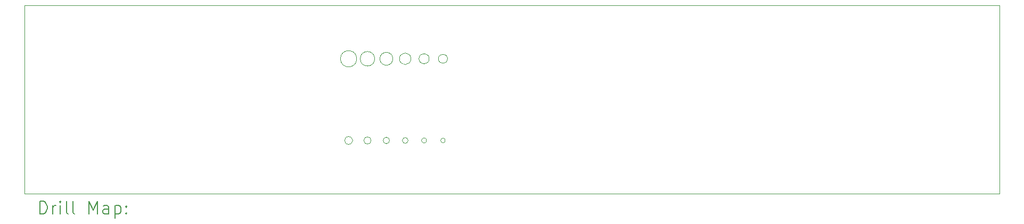
<source format=gbr>
%TF.GenerationSoftware,KiCad,Pcbnew,7.0.1*%
%TF.CreationDate,2023-09-01T22:28:13+01:00*%
%TF.ProjectId,Ruler_KiCad,52756c65-725f-44b6-9943-61642e6b6963,rev?*%
%TF.SameCoordinates,Original*%
%TF.FileFunction,Drillmap*%
%TF.FilePolarity,Positive*%
%FSLAX45Y45*%
G04 Gerber Fmt 4.5, Leading zero omitted, Abs format (unit mm)*
G04 Created by KiCad (PCBNEW 7.0.1) date 2023-09-01 22:28:13*
%MOMM*%
%LPD*%
G01*
G04 APERTURE LIST*
%ADD10C,0.100000*%
%ADD11C,0.200000*%
G04 APERTURE END LIST*
D10*
X12714550Y-10650000D02*
G75*
G03*
X12714550Y-10650000I-64550J0D01*
G01*
X14186150Y-10650000D02*
G75*
G03*
X14186150Y-10650000I-36150J0D01*
G01*
X13641400Y-9350000D02*
G75*
G03*
X13641400Y-9350000I-91400J0D01*
G01*
X14222500Y-9350000D02*
G75*
G03*
X14222500Y-9350000I-72500J0D01*
G01*
X12779400Y-9350000D02*
G75*
G03*
X12779400Y-9350000I-129400J0D01*
G01*
X7500000Y-8500000D02*
X23000000Y-8500000D01*
X23000000Y-11500000D01*
X7500000Y-11500000D01*
X7500000Y-8500000D01*
X13065250Y-9350000D02*
G75*
G03*
X13065250Y-9350000I-115250J0D01*
G01*
X13890600Y-10650000D02*
G75*
G03*
X13890600Y-10650000I-40600J0D01*
G01*
X13595600Y-10650000D02*
G75*
G03*
X13595600Y-10650000I-45600J0D01*
G01*
X13007500Y-10650000D02*
G75*
G03*
X13007500Y-10650000I-57500J0D01*
G01*
X13352650Y-9350000D02*
G75*
G03*
X13352650Y-9350000I-102650J0D01*
G01*
X13931400Y-9350000D02*
G75*
G03*
X13931400Y-9350000I-81400J0D01*
G01*
X13301200Y-10650000D02*
G75*
G03*
X13301200Y-10650000I-51200J0D01*
G01*
D11*
X7742619Y-11817524D02*
X7742619Y-11617524D01*
X7742619Y-11617524D02*
X7790238Y-11617524D01*
X7790238Y-11617524D02*
X7818809Y-11627048D01*
X7818809Y-11627048D02*
X7837857Y-11646095D01*
X7837857Y-11646095D02*
X7847381Y-11665143D01*
X7847381Y-11665143D02*
X7856905Y-11703238D01*
X7856905Y-11703238D02*
X7856905Y-11731809D01*
X7856905Y-11731809D02*
X7847381Y-11769905D01*
X7847381Y-11769905D02*
X7837857Y-11788952D01*
X7837857Y-11788952D02*
X7818809Y-11808000D01*
X7818809Y-11808000D02*
X7790238Y-11817524D01*
X7790238Y-11817524D02*
X7742619Y-11817524D01*
X7942619Y-11817524D02*
X7942619Y-11684190D01*
X7942619Y-11722286D02*
X7952143Y-11703238D01*
X7952143Y-11703238D02*
X7961667Y-11693714D01*
X7961667Y-11693714D02*
X7980714Y-11684190D01*
X7980714Y-11684190D02*
X7999762Y-11684190D01*
X8066428Y-11817524D02*
X8066428Y-11684190D01*
X8066428Y-11617524D02*
X8056905Y-11627048D01*
X8056905Y-11627048D02*
X8066428Y-11636571D01*
X8066428Y-11636571D02*
X8075952Y-11627048D01*
X8075952Y-11627048D02*
X8066428Y-11617524D01*
X8066428Y-11617524D02*
X8066428Y-11636571D01*
X8190238Y-11817524D02*
X8171190Y-11808000D01*
X8171190Y-11808000D02*
X8161667Y-11788952D01*
X8161667Y-11788952D02*
X8161667Y-11617524D01*
X8295000Y-11817524D02*
X8275952Y-11808000D01*
X8275952Y-11808000D02*
X8266428Y-11788952D01*
X8266428Y-11788952D02*
X8266428Y-11617524D01*
X8523571Y-11817524D02*
X8523571Y-11617524D01*
X8523571Y-11617524D02*
X8590238Y-11760381D01*
X8590238Y-11760381D02*
X8656905Y-11617524D01*
X8656905Y-11617524D02*
X8656905Y-11817524D01*
X8837857Y-11817524D02*
X8837857Y-11712762D01*
X8837857Y-11712762D02*
X8828333Y-11693714D01*
X8828333Y-11693714D02*
X8809286Y-11684190D01*
X8809286Y-11684190D02*
X8771190Y-11684190D01*
X8771190Y-11684190D02*
X8752143Y-11693714D01*
X8837857Y-11808000D02*
X8818810Y-11817524D01*
X8818810Y-11817524D02*
X8771190Y-11817524D01*
X8771190Y-11817524D02*
X8752143Y-11808000D01*
X8752143Y-11808000D02*
X8742619Y-11788952D01*
X8742619Y-11788952D02*
X8742619Y-11769905D01*
X8742619Y-11769905D02*
X8752143Y-11750857D01*
X8752143Y-11750857D02*
X8771190Y-11741333D01*
X8771190Y-11741333D02*
X8818810Y-11741333D01*
X8818810Y-11741333D02*
X8837857Y-11731809D01*
X8933095Y-11684190D02*
X8933095Y-11884190D01*
X8933095Y-11693714D02*
X8952143Y-11684190D01*
X8952143Y-11684190D02*
X8990238Y-11684190D01*
X8990238Y-11684190D02*
X9009286Y-11693714D01*
X9009286Y-11693714D02*
X9018810Y-11703238D01*
X9018810Y-11703238D02*
X9028333Y-11722286D01*
X9028333Y-11722286D02*
X9028333Y-11779428D01*
X9028333Y-11779428D02*
X9018810Y-11798476D01*
X9018810Y-11798476D02*
X9009286Y-11808000D01*
X9009286Y-11808000D02*
X8990238Y-11817524D01*
X8990238Y-11817524D02*
X8952143Y-11817524D01*
X8952143Y-11817524D02*
X8933095Y-11808000D01*
X9114048Y-11798476D02*
X9123571Y-11808000D01*
X9123571Y-11808000D02*
X9114048Y-11817524D01*
X9114048Y-11817524D02*
X9104524Y-11808000D01*
X9104524Y-11808000D02*
X9114048Y-11798476D01*
X9114048Y-11798476D02*
X9114048Y-11817524D01*
X9114048Y-11693714D02*
X9123571Y-11703238D01*
X9123571Y-11703238D02*
X9114048Y-11712762D01*
X9114048Y-11712762D02*
X9104524Y-11703238D01*
X9104524Y-11703238D02*
X9114048Y-11693714D01*
X9114048Y-11693714D02*
X9114048Y-11712762D01*
M02*

</source>
